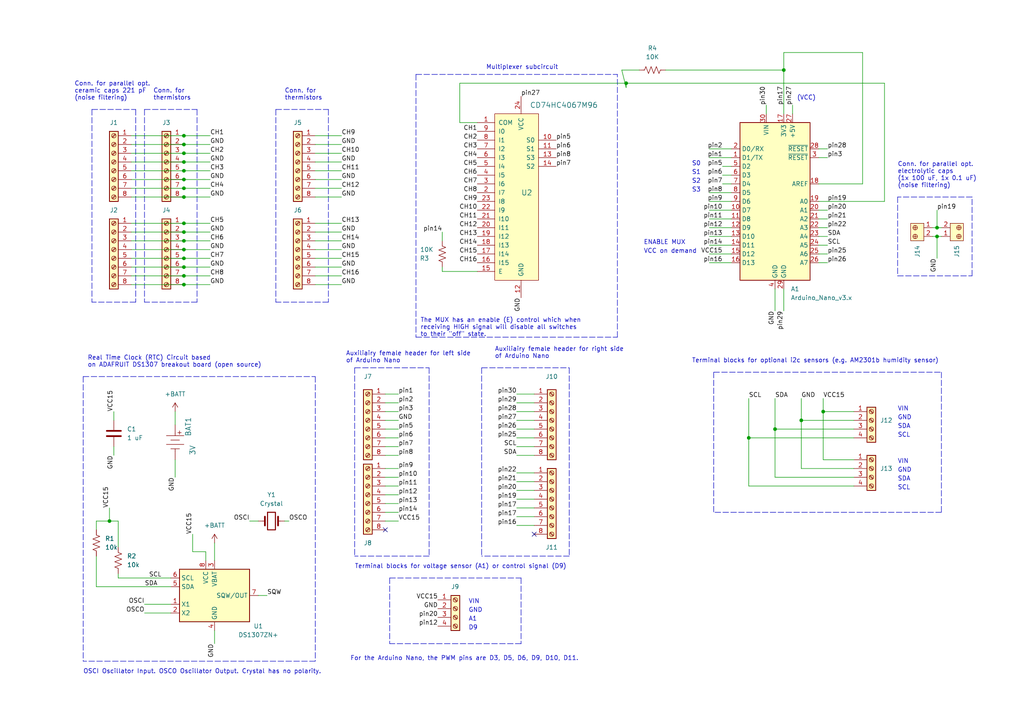
<source format=kicad_sch>
(kicad_sch (version 20211123) (generator eeschema)
  (paper "A4")
  (title_block (title "Resistance Data Logger (RDL) Controller") (rev "D5") (company "Jericho Lab"))
  (lib_symbols
    (symbol "Connector:Screw_Terminal_01x04" (pin_names (offset 1.016) hide)
      (property "Reference" "J" (at 0 5.08 0))
      (property "Value" "Screw_Terminal_01x04" (at 0 -7.62 0))
      (symbol "Screw_Terminal_01x04_1_1"
        (rectangle (start -1.27 3.81) (end 1.27 -6.35) (stroke (width 0.254)) (fill (type background)))
        (circle (center 0 -5.08) (radius 0.635) (stroke (width 0.1524)))
        (circle (center 0 -2.54) (radius 0.635) (stroke (width 0.1524)))
        (polyline (pts (xy -0.5334 -4.7498) (xy 0.3302 -5.588)) (stroke (width 0.1524)))
        (polyline (pts (xy -0.5334 -2.2098) (xy 0.3302 -3.048)) (stroke (width 0.1524)))
        (polyline (pts (xy -0.5334 0.3302) (xy 0.3302 -0.508)) (stroke (width 0.1524)))
        (polyline (pts (xy -0.5334 2.8702) (xy 0.3302 2.032)) (stroke (width 0.1524)))
        (polyline (pts (xy -0.3556 -4.572) (xy 0.508 -5.4102)) (stroke (width 0.1524)))
        (polyline (pts (xy -0.3556 -2.032) (xy 0.508 -2.8702)) (stroke (width 0.1524)))
        (polyline (pts (xy -0.3556 0.508) (xy 0.508 -0.3302)) (stroke (width 0.1524)))
        (polyline (pts (xy -0.3556 3.048) (xy 0.508 2.2098)) (stroke (width 0.1524)))
        (circle (center 0 0) (radius 0.635) (stroke (width 0.1524)))
        (circle (center 0 2.54) (radius 0.635) (stroke (width 0.1524)))
        (pin passive line (at -5.08 2.54 0) (length 3.81) (name "Pin_1") (number "1"))
        (pin passive line (at -5.08 0 0) (length 3.81) (name "Pin_2") (number "2"))
        (pin passive line (at -5.08 -2.54 0) (length 3.81) (name "Pin_3") (number "3"))
        (pin passive line (at -5.08 -5.08 0) (length 3.81) (name "Pin_4") (number "4"))
      )
    )
    (symbol "Connector:Screw_Terminal_01x08" (pin_names (offset 1.016) hide)
      (property "Reference" "J" (at 0 10.16 0))
      (property "Value" "Screw_Terminal_01x08" (at 0 -12.7 0))
      (symbol "Screw_Terminal_01x08_1_1"
        (rectangle (start -1.27 8.89) (end 1.27 -11.43) (stroke (width 0.254)) (fill (type background)))
        (circle (center 0 -10.16) (radius 0.635) (stroke (width 0.1524)))
        (circle (center 0 -7.62) (radius 0.635) (stroke (width 0.1524)))
        (circle (center 0 -5.08) (radius 0.635) (stroke (width 0.1524)))
        (circle (center 0 -2.54) (radius 0.635) (stroke (width 0.1524)))
        (polyline (pts (xy -0.5334 -9.8298) (xy 0.3302 -10.668)) (stroke (width 0.1524)))
        (polyline (pts (xy -0.5334 -7.2898) (xy 0.3302 -8.128)) (stroke (width 0.1524)))
        (polyline (pts (xy -0.5334 -4.7498) (xy 0.3302 -5.588)) (stroke (width 0.1524)))
        (polyline (pts (xy -0.5334 -2.2098) (xy 0.3302 -3.048)) (stroke (width 0.1524)))
        (polyline (pts (xy -0.5334 0.3302) (xy 0.3302 -0.508)) (stroke (width 0.1524)))
        (polyline (pts (xy -0.5334 2.8702) (xy 0.3302 2.032)) (stroke (width 0.1524)))
        (polyline (pts (xy -0.5334 5.4102) (xy 0.3302 4.572)) (stroke (width 0.1524)))
        (polyline (pts (xy -0.5334 7.9502) (xy 0.3302 7.112)) (stroke (width 0.1524)))
        (polyline (pts (xy -0.3556 -9.652) (xy 0.508 -10.4902)) (stroke (width 0.1524)))
        (polyline (pts (xy -0.3556 -7.112) (xy 0.508 -7.9502)) (stroke (width 0.1524)))
        (polyline (pts (xy -0.3556 -4.572) (xy 0.508 -5.4102)) (stroke (width 0.1524)))
        (polyline (pts (xy -0.3556 -2.032) (xy 0.508 -2.8702)) (stroke (width 0.1524)))
        (polyline (pts (xy -0.3556 0.508) (xy 0.508 -0.3302)) (stroke (width 0.1524)))
        (polyline (pts (xy -0.3556 3.048) (xy 0.508 2.2098)) (stroke (width 0.1524)))
        (polyline (pts (xy -0.3556 5.588) (xy 0.508 4.7498)) (stroke (width 0.1524)))
        (polyline (pts (xy -0.3556 8.128) (xy 0.508 7.2898)) (stroke (width 0.1524)))
        (circle (center 0 0) (radius 0.635) (stroke (width 0.1524)))
        (circle (center 0 2.54) (radius 0.635) (stroke (width 0.1524)))
        (circle (center 0 5.08) (radius 0.635) (stroke (width 0.1524)))
        (circle (center 0 7.62) (radius 0.635) (stroke (width 0.1524)))
        (pin passive line (at -5.08 7.62 0) (length 3.81) (name "Pin_1") (number "1"))
        (pin passive line (at -5.08 5.08 0) (length 3.81) (name "Pin_2") (number "2"))
        (pin passive line (at -5.08 2.54 0) (length 3.81) (name "Pin_3") (number "3"))
        (pin passive line (at -5.08 0 0) (length 3.81) (name "Pin_4") (number "4"))
        (pin passive line (at -5.08 -2.54 0) (length 3.81) (name "Pin_5") (number "5"))
        (pin passive line (at -5.08 -5.08 0) (length 3.81) (name "Pin_6") (number "6"))
        (pin passive line (at -5.08 -7.62 0) (length 3.81) (name "Pin_7") (number "7"))
        (pin passive line (at -5.08 -10.16 0) (length 3.81) (name "Pin_8") (number "8"))
      )
    )
    (symbol "Device:C" (pin_numbers hide) (pin_names (offset 0.254))
      (property "Reference" "C" (at 0.635 2.54 0))
      (property "Value" "C" (at 0.635 -2.54 0))
      (symbol "C_0_1"
        (polyline (pts (xy -2.032 -0.762) (xy 2.032 -0.762)) (stroke (width 0.508)))
        (polyline (pts (xy -2.032 0.762) (xy 2.032 0.762)) (stroke (width 0.508)))
      )
      (symbol "C_1_1"
        (pin passive line (at 0 3.81 270) (length 2.794) (name "~") (number "1"))
        (pin passive line (at 0 -3.81 90) (length 2.794) (name "~") (number "2"))
      )
    )
    (symbol "Device:Crystal" (pin_numbers hide) (pin_names (offset 1.016) hide)
      (property "Reference" "Y" (at 0 3.81 0))
      (property "Value" "Crystal" (at 0 -3.81 0))
      (symbol "Crystal_0_1"
        (rectangle (start -1.143 2.54) (end 1.143 -2.54) (stroke (width 0.3048)))
        (polyline (pts (xy -2.54 0) (xy -1.905 0)))
        (polyline (pts (xy -1.905 -1.27) (xy -1.905 1.27)) (stroke (width 0.508)))
        (polyline (pts (xy 1.905 -1.27) (xy 1.905 1.27)) (stroke (width 0.508)))
        (polyline (pts (xy 2.54 0) (xy 1.905 0)))
      )
      (symbol "Crystal_1_1"
        (pin passive line (at -3.81 0 0) (length 1.27) (name "1") (number "1"))
        (pin passive line (at 3.81 0 180) (length 1.27) (name "2") (number "2"))
      )
    )
    (symbol "Device:R_US" (pin_numbers hide) (pin_names (offset 0))
      (property "Reference" "R" (at 2.54 0 90))
      (property "Value" "R_US" (at -2.54 0 90))
      (symbol "R_US_0_1"
        (polyline (pts (xy 0 -2.286) (xy 0 -2.54)))
        (polyline (pts (xy 0 2.286) (xy 0 2.54)))
        (polyline (pts (xy 0 -0.762) (xy 1.016 -1.143) (xy 0 -1.524) (xy -1.016 -1.905) (xy 0 -2.286)))
        (polyline (pts (xy 0 0.762) (xy 1.016 0.381) (xy 0 0) (xy -1.016 -0.381) (xy 0 -0.762)))
        (polyline (pts (xy 0 2.286) (xy 1.016 1.905) (xy 0 1.524) (xy -1.016 1.143) (xy 0 0.762)))
      )
      (symbol "R_US_1_1"
        (pin passive line (at 0 3.81 270) (length 1.27) (name "~") (number "1"))
        (pin passive line (at 0 -3.81 90) (length 1.27) (name "~") (number "2"))
      )
    )
    (symbol "MCU_Module:Arduino_Nano_v3.x"
      (property "Reference" "A" (at -10.16 23.495 0))
      (property "Value" "Arduino_Nano_v3.x" (at 5.08 -24.13 0))
      (symbol "Arduino_Nano_v3.x_0_1"
        (rectangle (start -10.16 22.86) (end 10.16 -22.86) (stroke (width 0.254)) (fill (type background)))
      )
      (symbol "Arduino_Nano_v3.x_1_1"
        (pin bidirectional line (at -12.7 12.7 0) (length 2.54) (name "D1/TX") (number "1"))
        (pin bidirectional line (at -12.7 -2.54 0) (length 2.54) (name "D7") (number "10"))
        (pin bidirectional line (at -12.7 -5.08 0) (length 2.54) (name "D8") (number "11"))
        (pin bidirectional line (at -12.7 -7.62 0) (length 2.54) (name "D9") (number "12"))
        (pin bidirectional line (at -12.7 -10.16 0) (length 2.54) (name "D10") (number "13"))
        (pin bidirectional line (at -12.7 -12.7 0) (length 2.54) (name "D11") (number "14"))
        (pin bidirectional line (at -12.7 -15.24 0) (length 2.54) (name "D12") (number "15"))
        (pin bidirectional line (at -12.7 -17.78 0) (length 2.54) (name "D13") (number "16"))
        (pin power_out line (at 2.54 25.4 270) (length 2.54) (name "3V3") (number "17"))
        (pin input line (at 12.7 5.08 180) (length 2.54) (name "AREF") (number "18"))
        (pin bidirectional line (at 12.7 0 180) (length 2.54) (name "A0") (number "19"))
        (pin bidirectional line (at -12.7 15.24 0) (length 2.54) (name "D0/RX") (number "2"))
        (pin bidirectional line (at 12.7 -2.54 180) (length 2.54) (name "A1") (number "20"))
        (pin bidirectional line (at 12.7 -5.08 180) (length 2.54) (name "A2") (number "21"))
        (pin bidirectional line (at 12.7 -7.62 180) (length 2.54) (name "A3") (number "22"))
        (pin bidirectional line (at 12.7 -10.16 180) (length 2.54) (name "A4") (number "23"))
        (pin bidirectional line (at 12.7 -12.7 180) (length 2.54) (name "A5") (number "24"))
        (pin bidirectional line (at 12.7 -15.24 180) (length 2.54) (name "A6") (number "25"))
        (pin bidirectional line (at 12.7 -17.78 180) (length 2.54) (name "A7") (number "26"))
        (pin power_out line (at 5.08 25.4 270) (length 2.54) (name "+5V") (number "27"))
        (pin input line (at 12.7 15.24 180) (length 2.54) (name "~{RESET}") (number "28"))
        (pin power_in line (at 2.54 -25.4 90) (length 2.54) (name "GND") (number "29"))
        (pin input line (at 12.7 12.7 180) (length 2.54) (name "~{RESET}") (number "3"))
        (pin power_in line (at -2.54 25.4 270) (length 2.54) (name "VIN") (number "30"))
        (pin power_in line (at 0 -25.4 90) (length 2.54) (name "GND") (number "4"))
        (pin bidirectional line (at -12.7 10.16 0) (length 2.54) (name "D2") (number "5"))
        (pin bidirectional line (at -12.7 7.62 0) (length 2.54) (name "D3") (number "6"))
        (pin bidirectional line (at -12.7 5.08 0) (length 2.54) (name "D4") (number "7"))
        (pin bidirectional line (at -12.7 2.54 0) (length 2.54) (name "D5") (number "8"))
        (pin bidirectional line (at -12.7 0 0) (length 2.54) (name "D6") (number "9"))
      )
    )
    (symbol "Timer_RTC:DS1307ZN+"
      (property "Reference" "U" (at -8.89 8.89 0))
      (property "Value" "DS1307ZN+" (at 1.27 8.89 0))
      (symbol "DS1307ZN+_0_1"
        (rectangle (start -10.16 7.62) (end 10.16 -7.62) (stroke (width 0.254)) (fill (type background)))
      )
      (symbol "DS1307ZN+_1_1"
        (pin input line (at -12.7 -2.54 0) (length 2.54) (name "X1") (number "1"))
        (pin input line (at -12.7 -5.08 0) (length 2.54) (name "X2") (number "2"))
        (pin power_in line (at 0 10.16 270) (length 2.54) (name "VBAT") (number "3"))
        (pin power_in line (at 0 -10.16 90) (length 2.54) (name "GND") (number "4"))
        (pin bidirectional line (at -12.7 2.54 0) (length 2.54) (name "SDA") (number "5"))
        (pin input line (at -12.7 5.08 0) (length 2.54) (name "SCL") (number "6"))
        (pin open_collector line (at 12.7 0 180) (length 2.54) (name "SQW/OUT") (number "7"))
        (pin power_in line (at -2.54 10.16 270) (length 2.54) (name "VCC") (number "8"))
      )
    )
    (symbol "dk_Battery-Holders-Clips-Contacts:BS-7" (pin_numbers hide) (pin_names (offset 1.016))
      (property "Reference" "BAT" (at -1.27 3.81 0))
      (property "Value" "BS-7" (at -1.27 -3.81 0))
      (symbol "BS-7_1_1"
        (polyline (pts (xy 0 -2.54) (xy 0 -1.905)))
        (polyline (pts (xy 0 1.905) (xy 0 2.54)))
        (polyline (pts (xy 1.27 -1.905) (xy -1.27 -1.905)))
        (polyline (pts (xy 1.27 0.635) (xy -1.27 0.635)))
        (polyline (pts (xy 1.27 2.286) (xy 1.27 3.302)))
        (polyline (pts (xy 1.778 2.794) (xy 0.762 2.794)))
        (polyline (pts (xy 2.54 -0.635) (xy -2.54 -0.635)))
        (polyline (pts (xy 2.54 1.905) (xy -2.54 1.905)))
        (pin power_out line (at 0 -5.08 90) (length 2.54) (name "~") (number "Neg"))
        (pin power_out line (at 0 5.08 270) (length 2.54) (name "~") (number "Pos"))
      )
    )
    (symbol "dk_Interface-Analog-Switches-Multiplexers-Demultiplexers:CD74HC4067M96" (pin_names (offset 1.016))
      (property "Reference" "U" (at -2.54 24.13 0))
      (property "Value" "CD74HC4067M96" (at 17.78 -33.02 0))
      (symbol "CD74HC4067M96_0_1"
        (rectangle (start -5.08 22.86) (end 7.62 -25.4) (fill (type background)))
      )
      (symbol "CD74HC4067M96_1_1"
        (pin bidirectional line (at -10.16 20.32 0) (length 5.08) (name "COM") (number "1"))
        (pin input line (at 12.7 15.24 180) (length 5.08) (name "S0") (number "10"))
        (pin input line (at 12.7 12.7 180) (length 5.08) (name "S1") (number "11"))
        (pin power_in line (at 2.54 -30.48 90) (length 5.08) (name "GND") (number "12"))
        (pin input line (at 12.7 10.16 180) (length 5.08) (name "S3") (number "13"))
        (pin input line (at 12.7 7.62 180) (length 5.08) (name "S2") (number "14"))
        (pin input line (at -10.16 -22.86 0) (length 5.08) (name "E") (number "15"))
        (pin input line (at -10.16 -20.32 0) (length 5.08) (name "I15") (number "16"))
        (pin input line (at -10.16 -17.78 0) (length 5.08) (name "I14") (number "17"))
        (pin input line (at -10.16 -15.24 0) (length 5.08) (name "I13") (number "18"))
        (pin input line (at -10.16 -12.7 0) (length 5.08) (name "I12") (number "19"))
        (pin input line (at -10.16 0 0) (length 5.08) (name "I7") (number "2"))
        (pin input line (at -10.16 -10.16 0) (length 5.08) (name "I11") (number "20"))
        (pin input line (at -10.16 -7.62 0) (length 5.08) (name "I10") (number "21"))
        (pin input line (at -10.16 -5.08 0) (length 5.08) (name "I9") (number "22"))
        (pin input line (at -10.16 -2.54 0) (length 5.08) (name "I8") (number "23"))
        (pin power_in line (at 2.54 27.94 270) (length 5.08) (name "VCC") (number "24"))
        (pin input line (at -10.16 2.54 0) (length 5.08) (name "I6") (number "3"))
        (pin input line (at -10.16 5.08 0) (length 5.08) (name "I5") (number "4"))
        (pin input line (at -10.16 7.62 0) (length 5.08) (name "I4") (number "5"))
        (pin input line (at -10.16 10.16 0) (length 5.08) (name "I3") (number "6"))
        (pin input line (at -10.16 12.7 0) (length 5.08) (name "I2") (number "7"))
        (pin input line (at -10.16 15.24 0) (length 5.08) (name "I1") (number "8"))
        (pin input line (at -10.16 17.78 0) (length 5.08) (name "I0") (number "9"))
      )
    )
    (symbol "dk_Terminal-Blocks-Wire-to-Board:OSTTC020162" (pin_names (offset 1.016))
      (property "Reference" "J" (at -2.54 1.27 0))
      (property "Value" "OSTTC020162" (at 1.27 -2.54 0))
      (symbol "OSTTC020162_1_1"
        (rectangle (start -1.27 2.54) (end 3.81 -1.27) (fill (type background)))
        (polyline (pts (xy 0 0.635) (xy 0 -0.635)))
        (polyline (pts (xy 0.635 0) (xy -0.635 0)))
        (polyline (pts (xy 1.905 0) (xy 3.175 0)))
        (polyline (pts (xy 2.54 0.635) (xy 2.54 -0.635)))
        (circle (center 0 0) (radius 0.635))
        (circle (center 2.54 0) (radius 0.635))
        (pin passive line (at 0 5.08 270) (length 2.54) (name "~") (number "1"))
        (pin passive line (at 2.54 5.08 270) (length 2.54) (name "~") (number "2"))
      )
    )
    (symbol "power:+BATT" (power) (pin_names (offset 0))
      (property "Value" "+BATT" (at 0 3.556 0))
      (symbol "+BATT_0_1"
        (polyline (pts (xy -0.762 1.27) (xy 0 2.54)))
        (polyline (pts (xy 0 0) (xy 0 2.54)))
        (polyline (pts (xy 0 2.54) (xy 0.762 1.27)))
      )
      (symbol "+BATT_1_1"
        (pin power_in line (at 0 0 90) (length 0) hide (name "+BATT") (number "1"))
      )
    )
  )
  (junction (at 53.34 64.77))
  (junction (at 53.34 41.91))
  (junction (at 53.34 74.93))
  (junction (at 53.34 82.55))
  (junction (at 53.34 57.15))
  (junction (at 53.34 44.45))
  (junction (at 31.75 151.13))
  (junction (at 224.79 124.46))
  (junction (at 271.78 68.58))
  (junction (at 271.78 66.04))
  (junction (at 53.34 67.31))
  (junction (at 53.34 46.99))
  (junction (at 53.34 72.39))
  (junction (at 53.34 80.01))
  (junction (at 53.34 49.53))
  (junction (at 232.41 121.92))
  (junction (at 227.33 20.32))
  (junction (at 53.34 77.47))
  (junction (at 238.76 119.38))
  (junction (at 181.61 24.13))
  (junction (at 53.34 52.07))
  (junction (at 53.34 54.61))
  (junction (at 53.34 69.85))
  (junction (at 217.17 127))
  (junction (at 53.34 39.37))
  (no_connect (at 111.76 153.67))
  (no_connect (at 154.94 154.94))
  (wire (pts (xy 91.44 54.61) (xy 99.06 54.61)))
  (wire (pts (xy 128.27 78.74) (xy 128.27 77.47)))
  (wire (pts (xy 91.44 41.91) (xy 99.06 41.91)))
  (wire (pts (xy 38.1 82.55) (xy 53.34 82.55)))
  (wire (pts (xy 50.8 119.38) (xy 50.8 123.19)))
  (wire (pts (xy 222.25 30.48) (xy 222.25 33.02)))
  (polyline (pts (xy 24.13 109.22) (xy 91.44 109.22)))
  (polyline (pts (xy 91.44 109.22) (xy 91.44 191.77)))
  (wire (pts (xy 74.93 172.72) (xy 77.47 172.72)))
  (wire (pts (xy 38.1 52.07) (xy 53.34 52.07)))
  (wire (pts (xy 205.74 58.42) (xy 212.09 58.42)))
  (wire (pts (xy 33.02 119.38) (xy 33.02 121.92)))
  (wire (pts (xy 217.17 127) (xy 247.65 127)))
  (polyline (pts (xy 26.67 31.75) (xy 26.67 87.63)))
  (wire (pts (xy 237.49 71.12) (xy 240.03 71.12)))
  (wire (pts (xy 53.34 82.55) (xy 60.96 82.55)))
  (polyline (pts (xy 124.46 161.29) (xy 102.87 161.29)))
  (wire (pts (xy 31.75 147.32) (xy 31.75 151.13)))
  (wire (pts (xy 111.76 119.38) (xy 115.57 119.38)))
  (polyline (pts (xy 124.46 106.68) (xy 124.46 161.29)))
  (wire (pts (xy 237.49 43.18) (xy 240.03 43.18)))
  (wire (pts (xy 181.61 24.13) (xy 256.54 24.13)))
  (wire (pts (xy 149.86 137.16) (xy 154.94 137.16)))
  (wire (pts (xy 34.29 166.37) (xy 34.29 167.64)))
  (wire (pts (xy 53.34 57.15) (xy 60.96 57.15)))
  (polyline (pts (xy 39.37 31.75) (xy 39.37 87.63)))
  (wire (pts (xy 217.17 140.97) (xy 217.17 127)))
  (wire (pts (xy 27.94 170.18) (xy 49.53 170.18)))
  (wire (pts (xy 53.34 72.39) (xy 60.96 72.39)))
  (polyline (pts (xy 165.1 161.29) (xy 139.7 161.29)))
  (wire (pts (xy 53.34 77.47) (xy 60.96 77.47)))
  (wire (pts (xy 53.34 46.99) (xy 60.96 46.99)))
  (polyline (pts (xy 80.01 31.75) (xy 80.01 87.63)))
  (wire (pts (xy 271.78 68.58) (xy 271.78 74.93)))
  (wire (pts (xy 185.42 20.32) (xy 180.34 20.32)))
  (wire (pts (xy 41.91 177.8) (xy 49.53 177.8)))
  (polyline (pts (xy 165.1 106.68) (xy 165.1 161.29)))
  (wire (pts (xy 91.44 67.31) (xy 99.06 67.31)))
  (polyline (pts (xy 179.07 97.79) (xy 179.07 21.59)))
  (polyline (pts (xy 281.94 57.15) (xy 260.35 57.15)))
  (wire (pts (xy 209.55 50.8) (xy 212.09 50.8)))
  (wire (pts (xy 62.23 182.88) (xy 62.23 186.69)))
  (wire (pts (xy 271.78 66.04) (xy 270.51 66.04)))
  (polyline (pts (xy 57.15 87.63) (xy 41.91 87.63)))
  (wire (pts (xy 205.74 45.72) (xy 212.09 45.72)))
  (wire (pts (xy 149.86 149.86) (xy 154.94 149.86)))
  (wire (pts (xy 41.91 175.26) (xy 49.53 175.26)))
  (wire (pts (xy 180.34 20.32) (xy 181.61 25.4)))
  (wire (pts (xy 38.1 41.91) (xy 53.34 41.91)))
  (polyline (pts (xy 113.03 167.64) (xy 113.03 186.69)))
  (polyline (pts (xy 139.7 106.68) (xy 139.7 161.29)))
  (wire (pts (xy 205.74 76.2) (xy 212.09 76.2)))
  (wire (pts (xy 133.35 24.13) (xy 181.61 24.13)))
  (polyline (pts (xy 91.44 191.77) (xy 24.13 191.77)))
  (wire (pts (xy 111.76 135.89) (xy 115.57 135.89)))
  (wire (pts (xy 238.76 133.35) (xy 238.76 119.38)))
  (wire (pts (xy 224.79 124.46) (xy 247.65 124.46)))
  (wire (pts (xy 82.55 151.13) (xy 83.82 151.13)))
  (wire (pts (xy 111.76 146.05) (xy 115.57 146.05)))
  (wire (pts (xy 38.1 72.39) (xy 53.34 72.39)))
  (polyline (pts (xy 41.91 31.75) (xy 41.91 87.63)))
  (wire (pts (xy 38.1 69.85) (xy 53.34 69.85)))
  (wire (pts (xy 111.76 138.43) (xy 115.57 138.43)))
  (wire (pts (xy 209.55 53.34) (xy 212.09 53.34)))
  (wire (pts (xy 133.35 35.56) (xy 138.43 35.56)))
  (wire (pts (xy 247.65 133.35) (xy 238.76 133.35)))
  (wire (pts (xy 91.44 49.53) (xy 99.06 49.53)))
  (wire (pts (xy 237.49 66.04) (xy 240.03 66.04)))
  (wire (pts (xy 111.76 114.3) (xy 115.57 114.3)))
  (wire (pts (xy 50.8 133.35) (xy 50.8 138.43)))
  (wire (pts (xy 38.1 74.93) (xy 53.34 74.93)))
  (wire (pts (xy 111.76 151.13) (xy 115.57 151.13)))
  (wire (pts (xy 27.94 151.13) (xy 27.94 153.67)))
  (wire (pts (xy 229.87 30.48) (xy 229.87 33.02)))
  (wire (pts (xy 181.61 24.13) (xy 181.61 25.4)))
  (wire (pts (xy 53.34 54.61) (xy 60.96 54.61)))
  (wire (pts (xy 91.44 77.47) (xy 99.06 77.47)))
  (polyline (pts (xy 26.67 31.75) (xy 39.37 31.75)))
  (wire (pts (xy 149.86 116.84) (xy 154.94 116.84)))
  (wire (pts (xy 34.29 151.13) (xy 34.29 158.75)))
  (wire (pts (xy 38.1 39.37) (xy 53.34 39.37)))
  (wire (pts (xy 62.23 162.56) (xy 62.23 157.48)))
  (polyline (pts (xy 39.37 87.63) (xy 26.67 87.63)))
  (wire (pts (xy 27.94 151.13) (xy 31.75 151.13)))
  (polyline (pts (xy 24.13 109.22) (xy 24.13 191.77)))
  (wire (pts (xy 91.44 72.39) (xy 99.06 72.39)))
  (wire (pts (xy 227.33 83.82) (xy 227.33 90.17)))
  (polyline (pts (xy 120.65 21.59) (xy 120.65 97.79)))
  (wire (pts (xy 111.76 143.51) (xy 115.57 143.51)))
  (wire (pts (xy 205.74 66.04) (xy 212.09 66.04)))
  (wire (pts (xy 149.86 147.32) (xy 154.94 147.32)))
  (wire (pts (xy 224.79 124.46) (xy 224.79 138.43)))
  (wire (pts (xy 53.34 69.85) (xy 60.96 69.85)))
  (wire (pts (xy 91.44 74.93) (xy 99.06 74.93)))
  (wire (pts (xy 193.04 20.32) (xy 227.33 20.32)))
  (wire (pts (xy 38.1 54.61) (xy 53.34 54.61)))
  (wire (pts (xy 38.1 67.31) (xy 53.34 67.31)))
  (wire (pts (xy 149.86 129.54) (xy 154.94 129.54)))
  (wire (pts (xy 59.69 160.02) (xy 59.69 162.56)))
  (wire (pts (xy 227.33 15.24) (xy 250.19 15.24)))
  (wire (pts (xy 149.86 124.46) (xy 154.94 124.46)))
  (wire (pts (xy 232.41 115.57) (xy 232.41 121.92)))
  (wire (pts (xy 31.75 151.13) (xy 34.29 151.13)))
  (wire (pts (xy 237.49 68.58) (xy 240.03 68.58)))
  (wire (pts (xy 250.19 15.24) (xy 250.19 53.34)))
  (polyline (pts (xy 151.13 186.69) (xy 113.03 186.69)))
  (wire (pts (xy 237.49 76.2) (xy 240.03 76.2)))
  (wire (pts (xy 205.74 60.96) (xy 212.09 60.96)))
  (wire (pts (xy 111.76 148.59) (xy 115.57 148.59)))
  (polyline (pts (xy 95.25 87.63) (xy 80.01 87.63)))
  (polyline (pts (xy 260.35 57.15) (xy 260.35 80.01)))
  (polyline (pts (xy 273.05 107.95) (xy 273.05 148.59)))
  (wire (pts (xy 111.76 127) (xy 115.57 127)))
  (polyline (pts (xy 57.15 31.75) (xy 57.15 87.63)))
  (wire (pts (xy 53.34 67.31) (xy 60.96 67.31)))
  (polyline (pts (xy 120.65 97.79) (xy 179.07 97.79)))
  (wire (pts (xy 133.35 24.13) (xy 133.35 35.56)))
  (wire (pts (xy 91.44 80.01) (xy 99.06 80.01)))
  (wire (pts (xy 232.41 121.92) (xy 247.65 121.92)))
  (wire (pts (xy 53.34 74.93) (xy 60.96 74.93)))
  (wire (pts (xy 91.44 46.99) (xy 99.06 46.99)))
  (polyline (pts (xy 80.01 31.75) (xy 95.25 31.75)))
  (wire (pts (xy 149.86 114.3) (xy 154.94 114.3)))
  (wire (pts (xy 91.44 64.77) (xy 99.06 64.77)))
  (wire (pts (xy 149.86 144.78) (xy 154.94 144.78)))
  (wire (pts (xy 38.1 80.01) (xy 53.34 80.01)))
  (wire (pts (xy 149.86 119.38) (xy 154.94 119.38)))
  (wire (pts (xy 273.05 68.58) (xy 271.78 68.58)))
  (wire (pts (xy 55.88 160.02) (xy 59.69 160.02)))
  (wire (pts (xy 209.55 48.26) (xy 212.09 48.26)))
  (wire (pts (xy 91.44 39.37) (xy 99.06 39.37)))
  (wire (pts (xy 149.86 152.4) (xy 154.94 152.4)))
  (wire (pts (xy 55.88 154.94) (xy 55.88 160.02)))
  (polyline (pts (xy 41.91 31.75) (xy 57.15 31.75)))
  (wire (pts (xy 111.76 116.84) (xy 115.57 116.84)))
  (wire (pts (xy 237.49 60.96) (xy 240.03 60.96)))
  (wire (pts (xy 149.86 121.92) (xy 154.94 121.92)))
  (wire (pts (xy 271.78 60.96) (xy 271.78 66.04)))
  (wire (pts (xy 27.94 161.29) (xy 27.94 170.18)))
  (wire (pts (xy 237.49 63.5) (xy 240.03 63.5)))
  (wire (pts (xy 53.34 52.07) (xy 60.96 52.07)))
  (wire (pts (xy 38.1 77.47) (xy 53.34 77.47)))
  (wire (pts (xy 271.78 68.58) (xy 270.51 68.58)))
  (wire (pts (xy 53.34 44.45) (xy 60.96 44.45)))
  (wire (pts (xy 205.74 63.5) (xy 212.09 63.5)))
  (wire (pts (xy 205.74 55.88) (xy 212.09 55.88)))
  (wire (pts (xy 224.79 138.43) (xy 247.65 138.43)))
  (wire (pts (xy 91.44 57.15) (xy 99.06 57.15)))
  (polyline (pts (xy 102.87 106.68) (xy 102.87 161.29)))
  (polyline (pts (xy 95.25 31.75) (xy 95.25 87.63)))
  (wire (pts (xy 91.44 52.07) (xy 99.06 52.07)))
  (wire (pts (xy 237.49 58.42) (xy 256.54 58.42)))
  (wire (pts (xy 237.49 45.72) (xy 240.03 45.72)))
  (wire (pts (xy 53.34 64.77) (xy 60.96 64.77)))
  (wire (pts (xy 38.1 46.99) (xy 53.34 46.99)))
  (wire (pts (xy 53.34 39.37) (xy 60.96 39.37)))
  (wire (pts (xy 38.1 64.77) (xy 53.34 64.77)))
  (wire (pts (xy 256.54 24.13) (xy 256.54 58.42)))
  (wire (pts (xy 53.34 80.01) (xy 60.96 80.01)))
  (wire (pts (xy 149.86 132.08) (xy 154.94 132.08)))
  (wire (pts (xy 53.34 41.91) (xy 60.96 41.91)))
  (wire (pts (xy 91.44 69.85) (xy 99.06 69.85)))
  (wire (pts (xy 224.79 83.82) (xy 224.79 90.17)))
  (wire (pts (xy 273.05 66.04) (xy 271.78 66.04)))
  (wire (pts (xy 247.65 140.97) (xy 217.17 140.97)))
  (wire (pts (xy 205.74 71.12) (xy 212.09 71.12)))
  (polyline (pts (xy 281.94 80.01) (xy 281.94 57.15)))
  (wire (pts (xy 38.1 44.45) (xy 53.34 44.45)))
  (wire (pts (xy 53.34 49.53) (xy 60.96 49.53)))
  (wire (pts (xy 238.76 119.38) (xy 247.65 119.38)))
  (wire (pts (xy 238.76 115.57) (xy 238.76 119.38)))
  (polyline (pts (xy 207.01 107.95) (xy 273.05 107.95)))
  (wire (pts (xy 91.44 82.55) (xy 99.06 82.55)))
  (wire (pts (xy 237.49 73.66) (xy 240.03 73.66)))
  (wire (pts (xy 111.76 121.92) (xy 115.57 121.92)))
  (wire (pts (xy 149.86 139.7) (xy 154.94 139.7)))
  (wire (pts (xy 205.74 73.66) (xy 212.09 73.66)))
  (wire (pts (xy 227.33 20.32) (xy 227.33 33.02)))
  (polyline (pts (xy 113.03 167.64) (xy 151.13 167.64)))
  (wire (pts (xy 38.1 57.15) (xy 53.34 57.15)))
  (wire (pts (xy 205.74 43.18) (xy 212.09 43.18)))
  (polyline (pts (xy 273.05 148.59) (xy 207.01 148.59)))
  (polyline (pts (xy 102.87 106.68) (xy 124.46 106.68)))
  (wire (pts (xy 72.39 151.13) (xy 74.93 151.13)))
  (wire (pts (xy 38.1 49.53) (xy 53.34 49.53)))
  (wire (pts (xy 138.43 78.74) (xy 128.27 78.74)))
  (polyline (pts (xy 139.7 106.68) (xy 165.1 106.68)))
  (wire (pts (xy 224.79 115.57) (xy 224.79 124.46)))
  (wire (pts (xy 232.41 135.89) (xy 247.65 135.89)))
  (wire (pts (xy 227.33 15.24) (xy 227.33 20.32)))
  (wire (pts (xy 149.86 142.24) (xy 154.94 142.24)))
  (polyline (pts (xy 120.65 21.59) (xy 179.07 21.59)))
  (polyline (pts (xy 207.01 107.95) (xy 207.01 148.59)))
  (wire (pts (xy 149.86 127) (xy 154.94 127)))
  (wire (pts (xy 34.29 167.64) (xy 49.53 167.64)))
  (wire (pts (xy 111.76 129.54) (xy 115.57 129.54)))
  (wire (pts (xy 111.76 132.08) (xy 115.57 132.08)))
  (wire (pts (xy 237.49 53.34) (xy 250.19 53.34)))
  (polyline (pts (xy 260.35 80.01) (xy 281.94 80.01)))
  (wire (pts (xy 91.44 44.45) (xy 99.06 44.45)))
  (wire (pts (xy 205.74 68.58) (xy 212.09 68.58)))
  (wire (pts (xy 33.02 129.54) (xy 33.02 132.08)))
  (wire (pts (xy 128.27 67.31) (xy 128.27 69.85)))
  (wire (pts (xy 111.76 140.97) (xy 115.57 140.97)))
  (polyline (pts (xy 151.13 167.64) (xy 151.13 186.69)))
  (wire (pts (xy 232.41 121.92) (xy 232.41 135.89)))
  (wire (pts (xy 217.17 127) (xy 217.17 115.57)))
  (wire (pts (xy 111.76 124.46) (xy 115.57 124.46)))
  (text "ENABLE MUX\n" (at 186.69 71.12 0) (effects (font (size 1.27 1.27)) (justify left bottom)))
  (text "Multiplexer subcircuit" (at 140.97 20.32 0) (effects (font (size 1.27 1.27)) (justify left bottom)))
  (text "S1" (at 200.66 50.8 0) (effects (font (size 1.27 1.27)) (justify left bottom)))
  (text "VIN" (at 260.35 134.62 0) (effects (font (size 1.27 1.27)) (justify left bottom)))
  (text "OSCI Oscillator Input. OSCO Oscillator Output. Crystal has no polarity.\n" (at 24.13 195.58 0) (effects (font (size 1.27 1.27)) (justify left bottom)))
  (text "VCC on demand" (at 186.69 73.66 0) (effects (font (size 1.27 1.27)) (justify left bottom)))
  (text "GND" (at 260.35 121.92 0) (effects (font (size 1.27 1.27)) (justify left bottom)))
  (text "SCL" (at 260.35 142.24 0) (effects (font (size 1.27 1.27)) (justify left bottom)))
  (text "D9" (at 135.89 182.88 0) (effects (font (size 1.27 1.27)) (justify left bottom)))
  (text "SDA" (at 260.35 124.46 0) (effects (font (size 1.27 1.27)) (justify left bottom)))
  (text "(VCC)" (at 231.14 29.21 0) (effects (font (size 1.27 1.27)) (justify left bottom)))
  (text "Terminal blocks for optional i2c sensors (e.g. AM2301b humidity sensor)" (at 200.66 105.41 0) (effects (font (size 1.27 1.27)) (justify left bottom)))
  (text "Real Time Clock (RTC) Circuit based \non ADAFRUIT DS1307 breakout board (open source)\n" (at 25.4 106.68 0) (effects (font (size 1.27 1.27)) (justify left bottom)))
  (text "Auxiliairy female header for left side \nof Arduino Nano\n" (at 100.33 105.41 0) (effects (font (size 1.27 1.27)) (justify left bottom)))
  (text "GND" (at 135.89 177.8 0) (effects (font (size 1.27 1.27)) (justify left bottom)))
  (text "A1" (at 135.89 180.34 0) (effects (font (size 1.27 1.27)) (justify left bottom)))
  (text "Conn. for parallel opt.\nceramic caps 221 pF \n(noise filtering)\n" (at 21.59 29.21 0) (effects (font (size 1.27 1.27)) (justify left bottom)))
  (text "Conn. for parallel opt.\nelectrolytic caps \n(1x 100 uF, 1x 0.1 uF)\n(noise filtering)\n" (at 260.35 54.61 0) (effects (font (size 1.27 1.27)) (justify left bottom)))
  (text "Conn. for \nthermistors\n" (at 44.45 29.21 0) (effects (font (size 1.27 1.27)) (justify left bottom)))
  (text "SCL" (at 260.35 127 0) (effects (font (size 1.27 1.27)) (justify left bottom)))
  (text "Auxiliairy female header for right side \nof Arduino Nano\n" (at 143.51 104.14 0) (effects (font (size 1.27 1.27)) (justify left bottom)))
  (text "Conn. for \nthermistors\n" (at 82.55 29.21 0) (effects (font (size 1.27 1.27)) (justify left bottom)))
  (text "Terminal blocks for voltage sensor (A1) or control signal (D9)" (at 102.87 165.1 0) (effects (font (size 1.27 1.27)) (justify left bottom)))
  (text "GND" (at 260.35 137.16 0) (effects (font (size 1.27 1.27)) (justify left bottom)))
  (text "For the Arduino Nano, the PWM pins are D3, D5, D6, D9, D10, D11." (at 101.6 191.77 0) (effects (font (size 1.27 1.27)) (justify left bottom)))
  (text "S3" (at 200.66 55.88 0) (effects (font (size 1.27 1.27)) (justify left bottom)))
  (text "S0" (at 200.66 48.26 0) (effects (font (size 1.27 1.27)) (justify left bottom)))
  (text "S2" (at 200.66 53.34 0) (effects (font (size 1.27 1.27)) (justify left bottom)))
  (text "The MUX has an enable (E) control which when \nreceiving HIGH signal will disable all switches\nto their \"off\" state." (at 121.92 97.79 0) (effects (font (size 1.27 1.27)) (justify left bottom)))
  (text "SDA" (at 260.35 139.7 0) (effects (font (size 1.27 1.27)) (justify left bottom)))
  (text "VIN" (at 260.35 119.38 0) (effects (font (size 1.27 1.27)) (justify left bottom)))
  (text "VIN" (at 135.89 175.26 0) (effects (font (size 1.27 1.27)) (justify left bottom)))
  (label "SDA" (at 240.03 68.58 0))
  (label "CH2" (at 60.96 44.45 0))
  (label "GND" (at 60.96 82.55 0))
  (label "pin14" (at 209.55 71.12 180))
  (label "OSCI" (at 72.39 151.13 180))
  (label "SDA" (at 224.79 115.57 0))
  (label "CH1" (at 138.43 38.1 180))
  (label "pin6" (at 115.57 127 0))
  (label "pin30" (at 149.86 114.3 180))
  (label "pin16" (at 209.55 76.2 180))
  (label "CH8" (at 60.96 80.01 0))
  (label "pin5" (at 115.57 124.46 0))
  (label "pin29" (at 149.86 116.84 180))
  (label "pin8" (at 161.29 45.72 0))
  (label "pin26" (at 240.03 76.2 0))
  (label "SDA" (at 45.72 170.18 180))
  (label "pin22" (at 149.86 137.16 180))
  (label "GND" (at 33.02 132.08 270))
  (label "CH11" (at 138.43 63.5 180))
  (label "pin10" (at 209.55 60.96 180))
  (label "pin9" (at 209.55 58.42 180))
  (label "SDA" (at 149.86 132.08 180))
  (label "pin3" (at 115.57 119.38 0))
  (label "CH10" (at 99.06 44.45 0))
  (label "VCC15" (at 238.76 115.57 0))
  (label "CH3" (at 138.43 43.18 180))
  (label "SCL" (at 240.03 71.12 0))
  (label "pin14" (at 128.27 67.31 180))
  (label "pin11" (at 209.55 63.5 180))
  (label "pin12" (at 127 181.61 180))
  (label "GND" (at 115.57 121.92 0))
  (label "pin22" (at 240.03 66.04 0))
  (label "CH2" (at 138.43 40.64 180))
  (label "SCL" (at 149.86 129.54 180))
  (label "pin13" (at 115.57 146.05 0))
  (label "CH7" (at 60.96 74.93 0))
  (label "CH12" (at 99.06 54.61 0))
  (label "CH9" (at 99.06 39.37 0))
  (label "pin30" (at 222.25 30.48 90))
  (label "pin21" (at 149.86 139.7 180))
  (label "pin7" (at 209.55 53.34 180))
  (label "pin9" (at 115.57 135.89 0))
  (label "pin13" (at 209.55 68.58 180))
  (label "pin27" (at 229.87 30.48 90))
  (label "SCL" (at 43.18 167.64 0))
  (label "GND" (at 99.06 57.15 0))
  (label "GND" (at 60.96 41.91 0))
  (label "pin25" (at 240.03 73.66 0))
  (label "GND" (at 60.96 46.99 0))
  (label "pin19" (at 271.78 60.96 0))
  (label "pin16" (at 149.86 152.4 180))
  (label "GND" (at 62.23 186.69 270))
  (label "pin7" (at 161.29 48.26 0))
  (label "CH12" (at 138.43 66.04 180))
  (label "pin21" (at 240.03 63.5 0))
  (label "CH4" (at 138.43 45.72 180))
  (label "CH4" (at 60.96 54.61 0))
  (label "GND" (at 99.06 77.47 0))
  (label "pin8" (at 209.55 55.88 180))
  (label "pin1" (at 209.55 45.72 180))
  (label "CH5" (at 60.96 64.77 0))
  (label "pin12" (at 209.55 66.04 180))
  (label "GND" (at 151.13 86.36 270))
  (label "VCC15" (at 55.88 154.94 90))
  (label "pin6" (at 209.55 50.8 180))
  (label "VCC15" (at 209.55 73.66 180))
  (label "GND" (at 60.96 52.07 0))
  (label "GND" (at 99.06 82.55 0))
  (label "pin26" (at 149.86 124.46 180))
  (label "pin2" (at 115.57 116.84 0))
  (label "pin7" (at 115.57 129.54 0))
  (label "pin10" (at 115.57 138.43 0))
  (label "CH15" (at 138.43 73.66 180))
  (label "pin17" (at 227.33 30.48 90))
  (label "pin28" (at 149.86 119.38 180))
  (label "OSCI" (at 41.91 175.26 180))
  (label "GND" (at 50.8 138.43 270))
  (label "pin17" (at 149.86 149.86 180))
  (label "pin1" (at 115.57 114.3 0))
  (label "GND" (at 99.06 72.39 0))
  (label "pin27" (at 149.86 121.92 180))
  (label "GND" (at 99.06 41.91 0))
  (label "GND" (at 271.78 74.93 270))
  (label "pin19" (at 149.86 144.78 180))
  (label "pin17" (at 149.86 147.32 180))
  (label "pin12" (at 115.57 143.51 0))
  (label "CH14" (at 99.06 69.85 0))
  (label "pin20" (at 240.03 60.96 0))
  (label "pin5" (at 161.29 40.64 0))
  (label "CH6" (at 138.43 50.8 180))
  (label "pin25" (at 149.86 127 180))
  (label "CH11" (at 99.06 49.53 0))
  (label "pin20" (at 149.86 142.24 180))
  (label "CH15" (at 99.06 74.93 0))
  (label "pin2" (at 209.55 43.18 180))
  (label "pin20" (at 127 179.07 180))
  (label "CH16" (at 99.06 80.01 0))
  (label "OSCO" (at 41.91 177.8 180))
  (label "CH10" (at 138.43 60.96 180))
  (label "pin27" (at 151.13 27.94 0))
  (label "CH8" (at 138.43 55.88 180))
  (label "CH1" (at 60.96 39.37 0))
  (label "GND" (at 60.96 77.47 0))
  (label "SCL" (at 217.17 115.57 0))
  (label "pin5" (at 209.55 48.26 180))
  (label "GND" (at 99.06 67.31 0))
  (label "OSCO" (at 83.82 151.13 0))
  (label "CH13" (at 99.06 64.77 0))
  (label "CH14" (at 138.43 71.12 180))
  (label "VCC15" (at 33.02 119.38 90))
  (label "GND" (at 60.96 67.31 0))
  (label "pin11" (at 115.57 140.97 0))
  (label "GND" (at 232.41 115.57 0))
  (label "GND" (at 127 176.53 180))
  (label "GND" (at 60.96 72.39 0))
  (label "pin3" (at 240.03 45.72 0))
  (label "pin14" (at 115.57 148.59 0))
  (label "CH3" (at 60.96 49.53 0))
  (label "pin28" (at 240.03 43.18 0))
  (label "GND" (at 99.06 46.99 0))
  (label "CH7" (at 138.43 53.34 180))
  (label "CH6" (at 60.96 69.85 0))
  (label "pin29" (at 227.33 90.17 270))
  (label "pin8" (at 115.57 132.08 0))
  (label "SQW" (at 77.47 172.72 0))
  (label "VCC15" (at 115.57 151.13 0))
  (label "VCC15" (at 31.75 147.32 90))
  (label "GND" (at 99.06 52.07 0))
  (label "CH13" (at 138.43 68.58 180))
  (label "CH16" (at 138.43 76.2 180))
  (label "pin6" (at 161.29 43.18 0))
  (label "GND" (at 60.96 57.15 0))
  (label "CH5" (at 138.43 48.26 180))
  (label "pin19" (at 240.03 58.42 0))
  (label "GND" (at 224.79 90.17 270))
  (label "VCC15" (at 127 173.99 180))
  (label "CH9" (at 138.43 58.42 180))
  (symbol (lib_id "dk_Interface-Analog-Switches-Multiplexers-Demultiplexers:CD74HC4067M96") (at 148.59 55.88 0) (unit 1)
    (property "Reference" "U2" (at 151.13 55.88 0) (effects (font (size 1.524 1.524)) (justify left)))
    (property "Value" "CD74HC4067M96" (at 153.67 30.48 0) (effects (font (size 1.524 1.524)) (justify left)))
    (property "Footprint" "digikey-footprints:SOIC-24_W7.50mm" (effects hide))
    (property "Datasheet" "http://www.ti.com/general/docs/suppproductinfo.tsp?distId=10&gotoUrl=http%3A%2F%2Fwww.ti.com%2Flit%2Fgpn%2Fcd74hc4067" (effects hide))
    (property "Digi-Key_PN" "296-29408-1-ND" (effects hide))
    (property "MPN" "CD74HC4067M96" (effects hide))
    (property "Category" "Integrated Circuits (ICs)" (effects hide))
    (property "Family" "Interface - Analog Switches, Multiplexers, Demultiplexers" (effects hide))
    (property "DK_Datasheet_Link" "http://www.ti.com/general/docs/suppproductinfo.tsp?distId=10&gotoUrl=http%3A%2F%2Fwww.ti.com%2Flit%2Fgpn%2Fcd74hc4067" (effects hide))
    (property "DK_Detail_Page" "/product-detail/en/texas-instruments/CD74HC4067M96/296-29408-1-ND/2741760" (effects hide))
    (property "Description" "IC MUX/DEMUX 1X16 24SOIC" (effects hide))
    (property "Manufacturer" "Texas Instruments" (effects hide))
    (property "Status" "Active" (effects hide))
    (property "LCSC" "C496123" (effects hide))
  )
  (symbol (lib_id "Connector:Screw_Terminal_01x04") (at 132.08 176.53 0) (unit 1)
    (property "Reference" "J9" (at 130.81 170.18 0) (effects (justify left)))
    (property "Footprint" "digikey-footprints:Term_Block_1x4_P5mm" (effects hide))
  )
  (symbol (lib_id "dk_Battery-Holders-Clips-Contacts:BS-7") (at 50.8 128.27 0) (unit 1)
    (property "Reference" "BAT1" (at 54.61 126.619 90) (effects (font (size 1.524 1.524)) (justify left)))
    (property "Value" "3V" (at 55.88 132.08 90) (effects (font (size 1.524 1.524)) (justify left)))
    (property "Footprint" "Battery:BatteryHolder_Keystone_3000_1x12mm" (effects hide))
    (property "Datasheet" "http://www.memoryprotectiondevices.com/datasheets/BS-7-datasheet.pdf" (effects hide))
    (property "Digi-Key_PN" "BS-7-ND" (effects hide))
    (property "MPN" "BS-7" (effects hide))
    (property "Category" "Battery Products" (effects hide))
    (property "Family" "Battery Holders, Clips, Contacts" (effects hide))
    (property "DK_Datasheet_Link" "http://www.memoryprotectiondevices.com/datasheets/BS-7-datasheet.pdf" (effects hide))
    (property "DK_Detail_Page" "/product-detail/en/mpd-memory-protection-devices/BS-7/BS-7-ND/389447" (effects hide))
    (property "Description" "BATTERY HOLDER COIN 20MM PC PIN" (effects hide))
    (property "Manufacturer" "MPD (Memory Protection Devices)" (effects hide))
    (property "Status" "Active" (effects hide))
  )
  (symbol (lib_id "Connector:Screw_Terminal_01x08") (at 33.02 46.99 0) (mirror y) (unit 1)
    (property "Reference" "J1" (at 33.02 35.56 0))
    (property "Value" "Screw_Terminal_01x08" (effects hide))
    (property "Footprint" "digikey-footprints:Term_Block_1x8_P5mm" (effects hide))
  )
  (symbol (lib_id "dk_Terminal-Blocks-Wire-to-Board:OSTTC020162") (at 265.43 66.04 270) (unit 1)
    (property "Reference" "J14" (at 266.0651 71.12 0) (effects (justify left)))
    (property "Footprint" "digikey-footprints:Term_Block_1x2_P5mm" (effects hide))
    (property "Datasheet" "http://www.on-shore.com/wp-content/uploads/OSTTCXX0162.pdf" (effects hide))
    (property "Digi-Key_PN" "ED2600-ND" (effects hide))
    (property "MPN" "OSTTC020162" (effects hide))
    (property "Category" "Connectors, Interconnects" (effects hide))
    (property "Family" "Terminal Blocks - Wire to Board" (effects hide))
    (property "DK_Datasheet_Link" "http://www.on-shore.com/wp-content/uploads/OSTTCXX0162.pdf" (effects hide))
    (property "DK_Detail_Page" "/product-detail/en/on-shore-technology-inc/OSTTC020162/ED2600-ND/614549" (effects hide))
    (property "Description" "TERM BLK 2POS SIDE ENTRY 5MM PCB" (effects hide))
    (property "Manufacturer" "On Shore Technology Inc." (effects hide))
    (property "Status" "Active" (effects hide))
  )
  (symbol (lib_id "Connector:Screw_Terminal_01x08") (at 160.02 121.92 0) (unit 1)
    (property "Reference" "J10" (at 160.02 109.22 0))
    (property "Value" "Screw_Terminal_01x15" (effects hide))
    (property "Footprint" "Connector_PinHeader_2.54mm:PinHeader_1x08_P2.54mm_Vertical" (effects hide))
  )
  (symbol (lib_id "Connector:Screw_Terminal_01x04") (at 252.73 121.92 0) (unit 1)
    (property "Reference" "J12" (at 255.27 121.9199 0) (effects (justify left)))
    (property "Value" "Screw_Terminal_01x04" (effects hide))
    (property "Footprint" "digikey-footprints:Term_Block_1x4_P5mm" (effects hide))
  )
  (symbol (lib_id "Connector:Screw_Terminal_01x08") (at 106.68 121.92 0) (mirror y) (unit 1)
    (property "Reference" "J7" (at 106.68 109.22 0))
    (property "Value" "Screw_Terminal_01x15" (effects hide))
    (property "Footprint" "Connector_PinHeader_2.54mm:PinHeader_1x08_P2.54mm_Vertical" (effects hide))
  )
  (symbol (lib_id "Connector:Screw_Terminal_01x08") (at 48.26 72.39 0) (mirror y) (unit 1)
    (property "Reference" "J4" (at 48.26 60.96 0))
    (property "Footprint" "digikey-footprints:Term_Block_1x8_P5mm" (effects hide))
  )
  (symbol (lib_id "Device:Crystal") (at 78.74 151.13 0) (unit 1)
    (property "Reference" "Y1" (at 78.74 143.51 0))
    (property "Value" "Crystal" (at 78.74 146.05 0))
    (property "Footprint" "Crystal:Crystal_SMD_Abracon_ABS25-4Pin_8.0x3.8mm" (effects hide))
  )
  (symbol (lib_id "MCU_Module:Arduino_Nano_v3.x") (at 224.79 58.42 0) (unit 1)
    (property "Reference" "A1" (at 229.3494 83.82 0) (effects (justify left)))
    (property "Value" "Arduino_Nano_v3.x" (at 229.3494 86.36 0) (effects (justify left)))
    (property "Footprint" "Module:Arduino_Nano" (effects hide))
    (property "Datasheet" "http://www.mouser.com/pdfdocs/Gravitech_Arduino_Nano3_0.pdf" (effects hide))
  )
  (symbol (lib_id "Device:R_US") (at 189.23 20.32 270) (unit 1)
    (property "Reference" "R4" (at 189.23 13.97 90))
    (property "Value" "10K" (at 189.23 16.51 90))
    (property "Footprint" "Resistor_THT:R_Axial_DIN0207_L6.3mm_D2.5mm_P15.24mm_Horizontal" (effects hide))
  )
  (symbol (lib_id "Connector:Screw_Terminal_01x08") (at 48.26 46.99 0) (mirror y) (unit 1)
    (property "Reference" "J3" (at 48.26 35.56 0))
    (property "Value" "Screw_Terminal_01x08" (effects hide))
    (property "Footprint" "digikey-footprints:Term_Block_1x8_P5mm" (effects hide))
  )
  (symbol (lib_id "Connector:Screw_Terminal_01x08") (at 86.36 46.99 0) (mirror y) (unit 1)
    (property "Reference" "J5" (at 86.36 35.56 0))
    (property "Value" "Screw_Terminal_01x08" (effects hide))
    (property "Footprint" "digikey-footprints:Term_Block_1x8_P5mm" (effects hide))
  )
  (symbol (lib_id "Device:R_US") (at 34.29 162.56 0) (unit 1)
    (property "Reference" "R2" (at 36.83 161.2899 0) (effects (justify left)))
    (property "Value" "10k" (at 36.83 163.8299 0) (effects (justify left)))
    (property "Footprint" "Resistor_SMD:R_1206_3216Metric" (effects hide))
  )
  (symbol (lib_id "Connector:Screw_Terminal_01x08") (at 106.68 143.51 0) (mirror y) (unit 1)
    (property "Reference" "J8" (at 106.68 157.48 0))
    (property "Value" "Screw_Terminal_01x15" (effects hide))
    (property "Footprint" "Connector_PinHeader_2.54mm:PinHeader_1x08_P2.54mm_Vertical" (effects hide))
  )
  (symbol (lib_id "Connector:Screw_Terminal_01x04") (at 252.73 135.89 0) (unit 1)
    (property "Reference" "J13" (at 255.27 135.8899 0) (effects (justify left)))
    (property "Footprint" "digikey-footprints:Term_Block_1x4_P5mm" (effects hide))
  )
  (symbol (lib_id "Connector:Screw_Terminal_01x08") (at 33.02 72.39 0) (mirror y) (unit 1)
    (property "Reference" "J2" (at 33.02 60.96 0))
    (property "Value" "Screw_Terminal_01x08" (effects hide))
    (property "Footprint" "digikey-footprints:Term_Block_1x8_P5mm" (effects hide))
  )
  (symbol (lib_id "Device:R_US") (at 128.27 73.66 180) (unit 1)
    (property "Reference" "R3" (at 124.46 74.93 0) (effects (justify left)))
    (property "Value" "10K" (at 125.73 72.39 0) (effects (justify left)))
    (property "Footprint" "Resistor_SMD:R_1206_3216Metric" (effects hide))
    (property "LCSC" "C269752" (effects hide))
  )
  (symbol (lib_id "dk_Terminal-Blocks-Wire-to-Board:OSTTC020162") (at 278.13 68.58 90) (unit 1)
    (property "Reference" "J15" (at 277.4951 71.12 0) (effects (justify right)))
    (property "Value" "OSTTC020162" (effects hide))
    (property "Footprint" "digikey-footprints:Term_Block_1x2_P5mm" (effects hide))
    (property "Datasheet" "http://www.on-shore.com/wp-content/uploads/OSTTCXX0162.pdf" (effects hide))
    (property "Digi-Key_PN" "ED2600-ND" (effects hide))
    (property "MPN" "OSTTC020162" (effects hide))
    (property "Category" "Connectors, Interconnects" (effects hide))
    (property "Family" "Terminal Blocks - Wire to Board" (effects hide))
    (property "DK_Datasheet_Link" "http://www.on-shore.com/wp-content/uploads/OSTTCXX0162.pdf" (effects hide))
    (property "DK_Detail_Page" "/product-detail/en/on-shore-technology-inc/OSTTC020162/ED2600-ND/614549" (effects hide))
    (property "Description" "TERM BLK 2POS SIDE ENTRY 5MM PCB" (effects hide))
    (property "Manufacturer" "On Shore Technology Inc." (effects hide))
    (property "Status" "Active" (effects hide))
  )
  (symbol (lib_id "power:+BATT") (at 62.23 157.48 0) (unit 1)
    (property "Reference" "#PWR02" (effects hide))
    (property "Value" "+BATT" (at 62.23 152.4 0))
  )
  (symbol (lib_id "Connector:Screw_Terminal_01x08") (at 160.02 144.78 0) (unit 1)
    (property "Reference" "J11" (at 160.02 158.75 0))
    (property "Value" "Screw_Terminal_01x15" (effects hide))
    (property "Footprint" "Connector_PinHeader_2.54mm:PinHeader_1x08_P2.54mm_Vertical" (effects hide))
  )
  (symbol (lib_id "Device:C") (at 33.02 125.73 0) (unit 1)
    (property "Reference" "C1" (at 36.83 124.4599 0) (effects (justify left)))
    (property "Value" "1 uF" (at 36.83 126.9999 0) (effects (justify left)))
    (property "Footprint" "Capacitor_SMD:C_1206_3216Metric" (effects hide))
  )
  (symbol (lib_id "Connector:Screw_Terminal_01x08") (at 86.36 72.39 0) (mirror y) (unit 1)
    (property "Reference" "J6" (at 86.36 60.96 0))
    (property "Footprint" "digikey-footprints:Term_Block_1x8_P5mm" (effects hide))
  )
  (symbol (lib_id "Device:R_US") (at 27.94 157.48 0) (unit 1)
    (property "Reference" "R1" (at 30.48 156.2099 0) (effects (justify left)))
    (property "Value" "10k" (at 30.48 158.7499 0) (effects (justify left)))
    (property "Footprint" "Resistor_SMD:R_1206_3216Metric" (effects hide))
  )
  (symbol (lib_id "Timer_RTC:DS1307ZN+") (at 62.23 172.72 0) (unit 1)
    (property "Reference" "U1" (at 74.93 181.61 0))
    (property "Value" "DS1307ZN+" (at 74.93 184.15 0))
    (property "Footprint" "Package_SO:SOIC-8_3.9x4.9mm_P1.27mm" (effects hide))
    (property "Datasheet" "https://datasheets.maximintegrated.com/en/ds/DS1307.pdf" (effects hide))
  )
  (symbol (lib_id "power:+BATT") (at 50.8 119.38 0) (unit 1)
    (property "Reference" "#PWR01" (effects hide))
    (property "Value" "+BATT" (at 50.8 114.3 0))
  )
)
</source>
